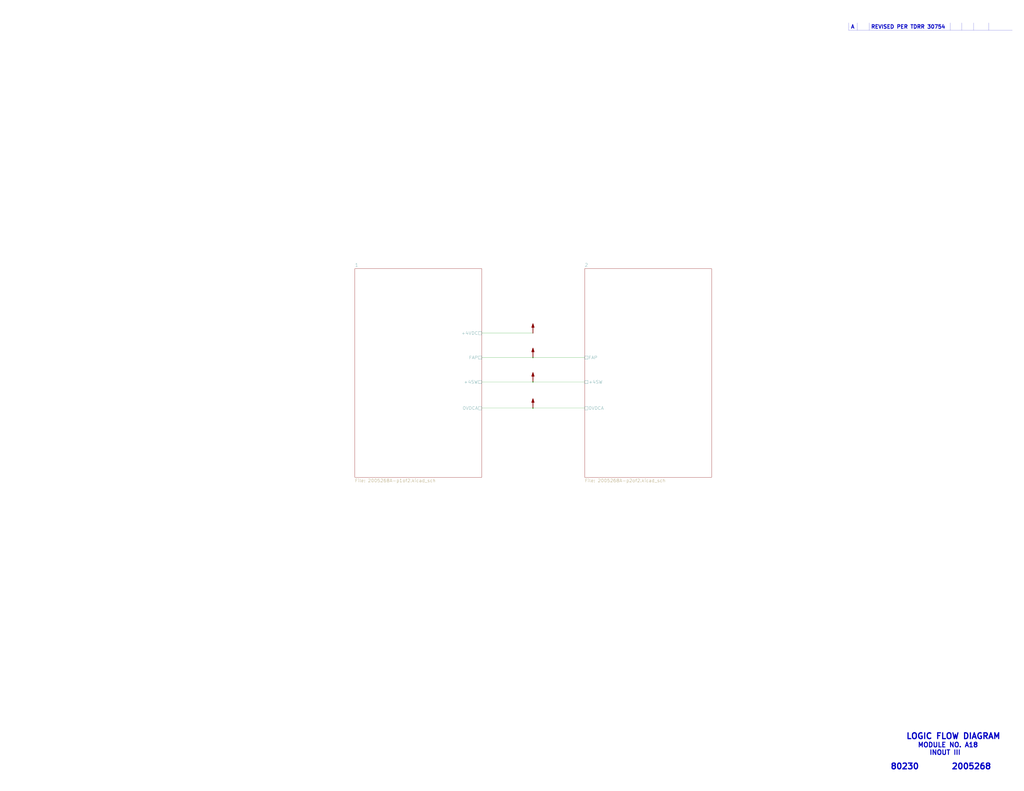
<source format=kicad_sch>
(kicad_sch (version 20211123) (generator eeschema)
  (paper "E")
  (lib_symbols
    (symbol "AGC_DSKY:PWR_FLAG" (power) (pin_numbers hide) (pin_names (offset 0) hide)
      (symbol "PWR_FLAG_0_0"
        (pin power_out line (at 0 0 90) (length 0) (name "pwr") (number "1"))
      )
      (symbol "PWR_FLAG_0_1"
        (polyline (pts (xy 0 0) (xy 0 10.16)) (stroke (width 0.762)))
        (polyline (pts (xy 0 10.16) (xy -1.27 6.35) (xy 1.27 6.35) (xy 0 10.16)) (stroke (width 0.762)) (fill (type outline)))
      )
    )
  )
  (junction (at 581.66 445.77))
  (junction (at 581.66 390.525))
  (junction (at 581.66 417.195))
  (polyline (pts (xy 1078.992 24.9682) (xy 1078.992 33.02)) (stroke (width 0.1524) (type solid)))
  (polyline (pts (xy 926.1094 33.02) (xy 1104.9 33.02)) (stroke (width 0.1524) (type solid)))
  (wire (pts (xy 525.78 445.77) (xy 581.66 445.77)))
  (wire (pts (xy 581.66 417.195) (xy 638.175 417.195)))
  (wire (pts (xy 581.66 390.525) (xy 638.175 390.525)))
  (polyline (pts (xy 1037.1074 24.9682) (xy 1037.1074 33.02)) (stroke (width 0.1524) (type solid)))
  (polyline (pts (xy 1049.8074 24.9682) (xy 1049.8074 33.02)) (stroke (width 0.1524) (type solid)))
  (wire (pts (xy 525.78 417.195) (xy 581.66 417.195)))
  (wire (pts (xy 525.78 363.855) (xy 581.66 363.855)))
  (wire (pts (xy 525.78 390.525) (xy 581.66 390.525)))
  (wire (pts (xy 581.66 445.77) (xy 638.175 445.77)))
  (polyline (pts (xy 1062.5074 24.9682) (xy 1062.5074 33.02)) (stroke (width 0.1524) (type solid)))
  (polyline (pts (xy 926.1094 24.9682) (xy 926.1094 33.02)) (stroke (width 0.1524) (type solid)))
  (polyline (pts (xy 948.69 24.9428) (xy 948.69 32.9946)) (stroke (width 0.1524) (type solid)))
  (polyline (pts (xy 935.7106 24.9682) (xy 935.7106 33.02)) (stroke (width 0.1524) (type solid)))
  (text "A      REVISED PER TDRR 30754" (at 928.37 31.75 0) (effects (font (size 4.064 4.064) (thickness 0.8128) bold) (justify left bottom)))
  (text "MODULE NO. A18" (at 1001.395 816.61 0) (effects (font (size 5.08 5.08) (thickness 1.016) bold) (justify left bottom)))
  (text "INOUT III" (at 1014.095 824.865 0) (effects (font (size 5.08 5.08) (thickness 1.016) bold) (justify left bottom)))
  (text "LOGIC FLOW DIAGRAM" (at 988.695 807.72 0) (effects (font (size 6.35 6.35) (thickness 1.27) bold) (justify left bottom)))
  (text "80230" (at 971.55 840.74 0) (effects (font (size 6.35 6.35) (thickness 1.27) bold) (justify left bottom)))
  (text "2005268" (at 1038.225 840.74 0) (effects (font (size 6.35 6.35) (thickness 1.27) bold) (justify left bottom)))
  (symbol (lib_id "AGC_DSKY:PWR_FLAG") (at 581.66 363.855 0) (unit 1)
    (property "Reference" "#FLG0104" (effects hide))
    (property "Value" "PWR_FLAG" (effects hide))
  )
  (symbol (lib_id "AGC_DSKY:PWR_FLAG") (at 581.66 445.77 0) (unit 1)
    (property "Reference" "#FLG0103" (effects hide))
    (property "Value" "PWR_FLAG" (effects hide))
  )
  (symbol (lib_id "AGC_DSKY:PWR_FLAG") (at 581.66 417.195 0) (unit 1)
    (property "Reference" "#FLG0102" (effects hide))
    (property "Value" "PWR_FLAG" (effects hide))
  )
  (symbol (lib_id "AGC_DSKY:PWR_FLAG") (at 581.66 390.525 0) (unit 1)
    (property "Reference" "#FLG0101" (effects hide))
    (property "Value" "PWR_FLAG" (effects hide))
  )
  (sheet (at 387.35 293.37) (size 138.43 227.965)
    (property "Sheet name" "1" (at 387.35 291.5154 0) (effects (font (size 3.556 3.556)) (justify left bottom)))
    (property "Sheet file" "2005268A-p1of2.kicad_sch" (at 387.35 522.834 0) (effects (font (size 3.556 3.556)) (justify left top)))
    (pin "0VDCA" passive (at 525.78 445.77 0) (effects (font (size 3.556 3.556))))
    (pin "+4SW" passive (at 525.78 417.195 0) (effects (font (size 3.556 3.556))))
    (pin "FAP" passive (at 525.78 390.525 0) (effects (font (size 3.556 3.556))))
    (pin "+4VDC" passive (at 525.78 363.855 0) (effects (font (size 3.556 3.556))))
  )
  (sheet (at 638.175 293.37) (size 138.43 227.965)
    (property "Sheet name" "2" (at 638.175 291.5154 0) (effects (font (size 3.556 3.556)) (justify left bottom)))
    (property "Sheet file" "2005268A-p2of2.kicad_sch" (at 638.175 522.834 0) (effects (font (size 3.556 3.556)) (justify left top)))
    (pin "0VDCA" passive (at 638.175 445.77 180) (effects (font (size 3.556 3.556))))
    (pin "+4SW" passive (at 638.175 417.195 180) (effects (font (size 3.556 3.556))))
    (pin "FAP" passive (at 638.175 390.525 180) (effects (font (size 3.556 3.556))))
  )
)
</source>
